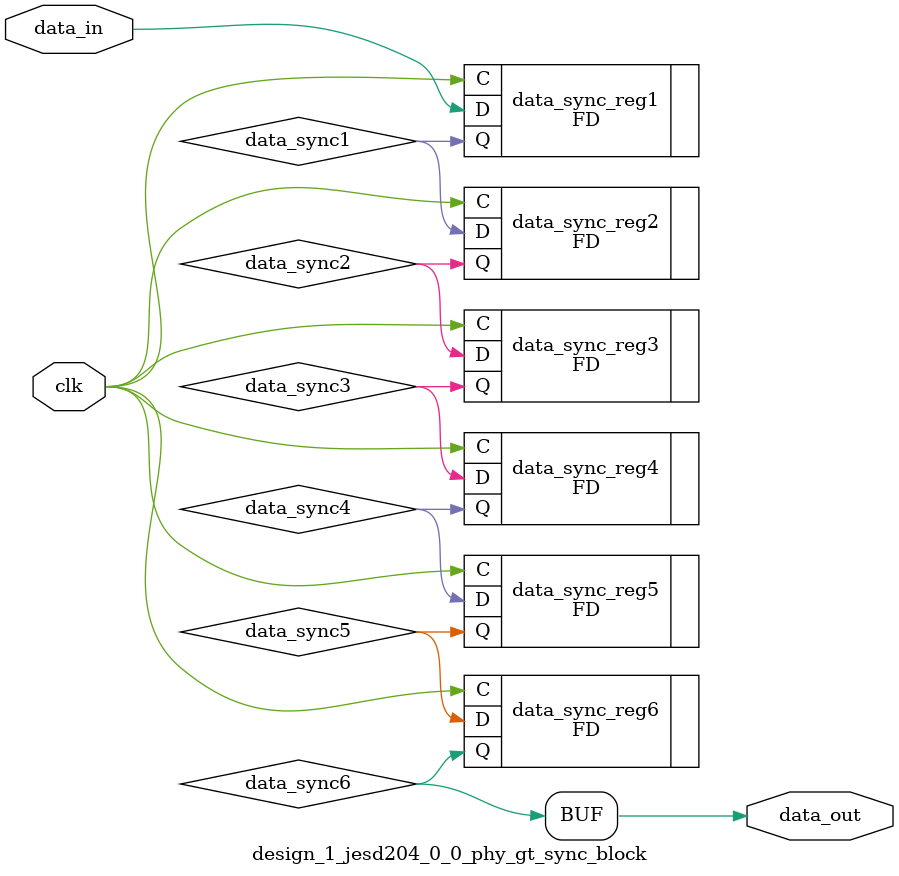
<source format=v>




`timescale 1ps / 1ps

//(* dont_touch = "yes" *)
module design_1_jesd204_0_0_phy_gt_sync_block #(
  parameter INITIALISE = 6'b000000
)
(
  input        clk,              // clock to be sync'ed to
  input        data_in,          // Data to be 'synced'
  output       data_out          // synced data
);

  // Internal Signals
  wire data_sync1;
  wire data_sync2;
  wire data_sync3;
  wire data_sync4;
  wire data_sync5;
  wire data_sync6;


  (* shreg_extract = "no", ASYNC_REG = "TRUE" *)
  FD #(
    .INIT (INITIALISE[0])
  ) data_sync_reg1 (
    .C  (clk),
    .D  (data_in),
    .Q  (data_sync1)
  );


  (* shreg_extract = "no", ASYNC_REG = "TRUE" *)
  FD #(
   .INIT (INITIALISE[1])
  ) data_sync_reg2 (
  .C  (clk),
  .D  (data_sync1),
  .Q  (data_sync2)
  );


  (* shreg_extract = "no", ASYNC_REG = "TRUE" *)
  FD #(
   .INIT (INITIALISE[2])
  ) data_sync_reg3 (
  .C  (clk),
  .D  (data_sync2),
  .Q  (data_sync3)
  );

  (* shreg_extract = "no", ASYNC_REG = "TRUE" *)
  FD #(
   .INIT (INITIALISE[3])
  ) data_sync_reg4 (
  .C  (clk),
  .D  (data_sync3),
  .Q  (data_sync4)
  );

  (* shreg_extract = "no", ASYNC_REG = "TRUE" *)
  FD #(
   .INIT (INITIALISE[4])
  ) data_sync_reg5 (
  .C  (clk),
  .D  (data_sync4),
  .Q  (data_sync5)
  );

  (* shreg_extract = "no", ASYNC_REG = "TRUE" *)
  FD #(
   .INIT (INITIALISE[5])
  ) data_sync_reg6 (
  .C  (clk),
  .D  (data_sync5),
  .Q  (data_sync6)
  );
  assign data_out = data_sync6;



endmodule

</source>
